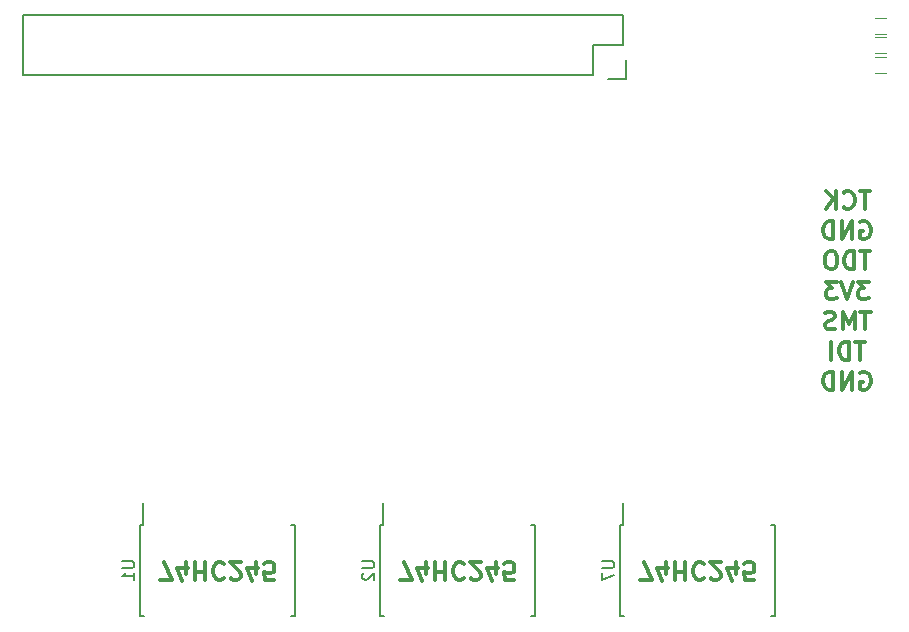
<source format=gbr>
G04 #@! TF.FileFunction,Legend,Bot*
%FSLAX46Y46*%
G04 Gerber Fmt 4.6, Leading zero omitted, Abs format (unit mm)*
G04 Created by KiCad (PCBNEW 4.0.7) date 03/23/18 02:51:47*
%MOMM*%
%LPD*%
G01*
G04 APERTURE LIST*
%ADD10C,0.100000*%
%ADD11C,0.300000*%
%ADD12C,0.150000*%
%ADD13C,0.120000*%
G04 APERTURE END LIST*
D10*
D11*
X178407771Y-86016571D02*
X177550628Y-86016571D01*
X177979199Y-87516571D02*
X177979199Y-86016571D01*
X176193485Y-87373714D02*
X176264914Y-87445143D01*
X176479200Y-87516571D01*
X176622057Y-87516571D01*
X176836342Y-87445143D01*
X176979200Y-87302286D01*
X177050628Y-87159429D01*
X177122057Y-86873714D01*
X177122057Y-86659429D01*
X177050628Y-86373714D01*
X176979200Y-86230857D01*
X176836342Y-86088000D01*
X176622057Y-86016571D01*
X176479200Y-86016571D01*
X176264914Y-86088000D01*
X176193485Y-86159429D01*
X175550628Y-87516571D02*
X175550628Y-86016571D01*
X174693485Y-87516571D02*
X175336342Y-86659429D01*
X174693485Y-86016571D02*
X175550628Y-86873714D01*
X177622057Y-88638000D02*
X177764914Y-88566571D01*
X177979200Y-88566571D01*
X178193485Y-88638000D01*
X178336343Y-88780857D01*
X178407771Y-88923714D01*
X178479200Y-89209429D01*
X178479200Y-89423714D01*
X178407771Y-89709429D01*
X178336343Y-89852286D01*
X178193485Y-89995143D01*
X177979200Y-90066571D01*
X177836343Y-90066571D01*
X177622057Y-89995143D01*
X177550628Y-89923714D01*
X177550628Y-89423714D01*
X177836343Y-89423714D01*
X176907771Y-90066571D02*
X176907771Y-88566571D01*
X176050628Y-90066571D01*
X176050628Y-88566571D01*
X175336342Y-90066571D02*
X175336342Y-88566571D01*
X174979199Y-88566571D01*
X174764914Y-88638000D01*
X174622056Y-88780857D01*
X174550628Y-88923714D01*
X174479199Y-89209429D01*
X174479199Y-89423714D01*
X174550628Y-89709429D01*
X174622056Y-89852286D01*
X174764914Y-89995143D01*
X174979199Y-90066571D01*
X175336342Y-90066571D01*
X178443486Y-91116571D02*
X177586343Y-91116571D01*
X178014914Y-92616571D02*
X178014914Y-91116571D01*
X177086343Y-92616571D02*
X177086343Y-91116571D01*
X176729200Y-91116571D01*
X176514915Y-91188000D01*
X176372057Y-91330857D01*
X176300629Y-91473714D01*
X176229200Y-91759429D01*
X176229200Y-91973714D01*
X176300629Y-92259429D01*
X176372057Y-92402286D01*
X176514915Y-92545143D01*
X176729200Y-92616571D01*
X177086343Y-92616571D01*
X175300629Y-91116571D02*
X175014915Y-91116571D01*
X174872057Y-91188000D01*
X174729200Y-91330857D01*
X174657772Y-91616571D01*
X174657772Y-92116571D01*
X174729200Y-92402286D01*
X174872057Y-92545143D01*
X175014915Y-92616571D01*
X175300629Y-92616571D01*
X175443486Y-92545143D01*
X175586343Y-92402286D01*
X175657772Y-92116571D01*
X175657772Y-91616571D01*
X175586343Y-91330857D01*
X175443486Y-91188000D01*
X175300629Y-91116571D01*
X178336342Y-93666571D02*
X177407771Y-93666571D01*
X177907771Y-94238000D01*
X177693485Y-94238000D01*
X177550628Y-94309429D01*
X177479199Y-94380857D01*
X177407771Y-94523714D01*
X177407771Y-94880857D01*
X177479199Y-95023714D01*
X177550628Y-95095143D01*
X177693485Y-95166571D01*
X178122057Y-95166571D01*
X178264914Y-95095143D01*
X178336342Y-95023714D01*
X176979200Y-93666571D02*
X176479200Y-95166571D01*
X175979200Y-93666571D01*
X175622057Y-93666571D02*
X174693486Y-93666571D01*
X175193486Y-94238000D01*
X174979200Y-94238000D01*
X174836343Y-94309429D01*
X174764914Y-94380857D01*
X174693486Y-94523714D01*
X174693486Y-94880857D01*
X174764914Y-95023714D01*
X174836343Y-95095143D01*
X174979200Y-95166571D01*
X175407772Y-95166571D01*
X175550629Y-95095143D01*
X175622057Y-95023714D01*
X178479200Y-96216571D02*
X177622057Y-96216571D01*
X178050628Y-97716571D02*
X178050628Y-96216571D01*
X177122057Y-97716571D02*
X177122057Y-96216571D01*
X176622057Y-97288000D01*
X176122057Y-96216571D01*
X176122057Y-97716571D01*
X175479200Y-97645143D02*
X175264914Y-97716571D01*
X174907771Y-97716571D01*
X174764914Y-97645143D01*
X174693485Y-97573714D01*
X174622057Y-97430857D01*
X174622057Y-97288000D01*
X174693485Y-97145143D01*
X174764914Y-97073714D01*
X174907771Y-97002286D01*
X175193485Y-96930857D01*
X175336343Y-96859429D01*
X175407771Y-96788000D01*
X175479200Y-96645143D01*
X175479200Y-96502286D01*
X175407771Y-96359429D01*
X175336343Y-96288000D01*
X175193485Y-96216571D01*
X174836343Y-96216571D01*
X174622057Y-96288000D01*
X178014914Y-98766571D02*
X177157771Y-98766571D01*
X177586342Y-100266571D02*
X177586342Y-98766571D01*
X176657771Y-100266571D02*
X176657771Y-98766571D01*
X176300628Y-98766571D01*
X176086343Y-98838000D01*
X175943485Y-98980857D01*
X175872057Y-99123714D01*
X175800628Y-99409429D01*
X175800628Y-99623714D01*
X175872057Y-99909429D01*
X175943485Y-100052286D01*
X176086343Y-100195143D01*
X176300628Y-100266571D01*
X176657771Y-100266571D01*
X175157771Y-100266571D02*
X175157771Y-98766571D01*
X177622057Y-101388000D02*
X177764914Y-101316571D01*
X177979200Y-101316571D01*
X178193485Y-101388000D01*
X178336343Y-101530857D01*
X178407771Y-101673714D01*
X178479200Y-101959429D01*
X178479200Y-102173714D01*
X178407771Y-102459429D01*
X178336343Y-102602286D01*
X178193485Y-102745143D01*
X177979200Y-102816571D01*
X177836343Y-102816571D01*
X177622057Y-102745143D01*
X177550628Y-102673714D01*
X177550628Y-102173714D01*
X177836343Y-102173714D01*
X176907771Y-102816571D02*
X176907771Y-101316571D01*
X176050628Y-102816571D01*
X176050628Y-101316571D01*
X175336342Y-102816571D02*
X175336342Y-101316571D01*
X174979199Y-101316571D01*
X174764914Y-101388000D01*
X174622056Y-101530857D01*
X174550628Y-101673714D01*
X174479199Y-101959429D01*
X174479199Y-102173714D01*
X174550628Y-102459429D01*
X174622056Y-102602286D01*
X174764914Y-102745143D01*
X174979199Y-102816571D01*
X175336342Y-102816571D01*
X118297144Y-118931429D02*
X119297144Y-118931429D01*
X118654287Y-117431429D01*
X120511429Y-118431429D02*
X120511429Y-117431429D01*
X120154286Y-119002857D02*
X119797143Y-117931429D01*
X120725715Y-117931429D01*
X121297143Y-117431429D02*
X121297143Y-118931429D01*
X121297143Y-118217143D02*
X122154286Y-118217143D01*
X122154286Y-117431429D02*
X122154286Y-118931429D01*
X123725715Y-117574286D02*
X123654286Y-117502857D01*
X123440000Y-117431429D01*
X123297143Y-117431429D01*
X123082858Y-117502857D01*
X122940000Y-117645714D01*
X122868572Y-117788571D01*
X122797143Y-118074286D01*
X122797143Y-118288571D01*
X122868572Y-118574286D01*
X122940000Y-118717143D01*
X123082858Y-118860000D01*
X123297143Y-118931429D01*
X123440000Y-118931429D01*
X123654286Y-118860000D01*
X123725715Y-118788571D01*
X124297143Y-118788571D02*
X124368572Y-118860000D01*
X124511429Y-118931429D01*
X124868572Y-118931429D01*
X125011429Y-118860000D01*
X125082858Y-118788571D01*
X125154286Y-118645714D01*
X125154286Y-118502857D01*
X125082858Y-118288571D01*
X124225715Y-117431429D01*
X125154286Y-117431429D01*
X126440000Y-118431429D02*
X126440000Y-117431429D01*
X126082857Y-119002857D02*
X125725714Y-117931429D01*
X126654286Y-117931429D01*
X127940000Y-118931429D02*
X127225714Y-118931429D01*
X127154285Y-118217143D01*
X127225714Y-118288571D01*
X127368571Y-118360000D01*
X127725714Y-118360000D01*
X127868571Y-118288571D01*
X127940000Y-118217143D01*
X128011428Y-118074286D01*
X128011428Y-117717143D01*
X127940000Y-117574286D01*
X127868571Y-117502857D01*
X127725714Y-117431429D01*
X127368571Y-117431429D01*
X127225714Y-117502857D01*
X127154285Y-117574286D01*
X138617144Y-118931429D02*
X139617144Y-118931429D01*
X138974287Y-117431429D01*
X140831429Y-118431429D02*
X140831429Y-117431429D01*
X140474286Y-119002857D02*
X140117143Y-117931429D01*
X141045715Y-117931429D01*
X141617143Y-117431429D02*
X141617143Y-118931429D01*
X141617143Y-118217143D02*
X142474286Y-118217143D01*
X142474286Y-117431429D02*
X142474286Y-118931429D01*
X144045715Y-117574286D02*
X143974286Y-117502857D01*
X143760000Y-117431429D01*
X143617143Y-117431429D01*
X143402858Y-117502857D01*
X143260000Y-117645714D01*
X143188572Y-117788571D01*
X143117143Y-118074286D01*
X143117143Y-118288571D01*
X143188572Y-118574286D01*
X143260000Y-118717143D01*
X143402858Y-118860000D01*
X143617143Y-118931429D01*
X143760000Y-118931429D01*
X143974286Y-118860000D01*
X144045715Y-118788571D01*
X144617143Y-118788571D02*
X144688572Y-118860000D01*
X144831429Y-118931429D01*
X145188572Y-118931429D01*
X145331429Y-118860000D01*
X145402858Y-118788571D01*
X145474286Y-118645714D01*
X145474286Y-118502857D01*
X145402858Y-118288571D01*
X144545715Y-117431429D01*
X145474286Y-117431429D01*
X146760000Y-118431429D02*
X146760000Y-117431429D01*
X146402857Y-119002857D02*
X146045714Y-117931429D01*
X146974286Y-117931429D01*
X148260000Y-118931429D02*
X147545714Y-118931429D01*
X147474285Y-118217143D01*
X147545714Y-118288571D01*
X147688571Y-118360000D01*
X148045714Y-118360000D01*
X148188571Y-118288571D01*
X148260000Y-118217143D01*
X148331428Y-118074286D01*
X148331428Y-117717143D01*
X148260000Y-117574286D01*
X148188571Y-117502857D01*
X148045714Y-117431429D01*
X147688571Y-117431429D01*
X147545714Y-117502857D01*
X147474285Y-117574286D01*
X158937144Y-118931429D02*
X159937144Y-118931429D01*
X159294287Y-117431429D01*
X161151429Y-118431429D02*
X161151429Y-117431429D01*
X160794286Y-119002857D02*
X160437143Y-117931429D01*
X161365715Y-117931429D01*
X161937143Y-117431429D02*
X161937143Y-118931429D01*
X161937143Y-118217143D02*
X162794286Y-118217143D01*
X162794286Y-117431429D02*
X162794286Y-118931429D01*
X164365715Y-117574286D02*
X164294286Y-117502857D01*
X164080000Y-117431429D01*
X163937143Y-117431429D01*
X163722858Y-117502857D01*
X163580000Y-117645714D01*
X163508572Y-117788571D01*
X163437143Y-118074286D01*
X163437143Y-118288571D01*
X163508572Y-118574286D01*
X163580000Y-118717143D01*
X163722858Y-118860000D01*
X163937143Y-118931429D01*
X164080000Y-118931429D01*
X164294286Y-118860000D01*
X164365715Y-118788571D01*
X164937143Y-118788571D02*
X165008572Y-118860000D01*
X165151429Y-118931429D01*
X165508572Y-118931429D01*
X165651429Y-118860000D01*
X165722858Y-118788571D01*
X165794286Y-118645714D01*
X165794286Y-118502857D01*
X165722858Y-118288571D01*
X164865715Y-117431429D01*
X165794286Y-117431429D01*
X167080000Y-118431429D02*
X167080000Y-117431429D01*
X166722857Y-119002857D02*
X166365714Y-117931429D01*
X167294286Y-117931429D01*
X168580000Y-118931429D02*
X167865714Y-118931429D01*
X167794285Y-118217143D01*
X167865714Y-118288571D01*
X168008571Y-118360000D01*
X168365714Y-118360000D01*
X168508571Y-118288571D01*
X168580000Y-118217143D01*
X168651428Y-118074286D01*
X168651428Y-117717143D01*
X168580000Y-117574286D01*
X168508571Y-117502857D01*
X168365714Y-117431429D01*
X168008571Y-117431429D01*
X167865714Y-117502857D01*
X167794285Y-117574286D01*
D12*
X106680000Y-71120000D02*
X157480000Y-71120000D01*
X154940000Y-76200000D02*
X106680000Y-76200000D01*
X106680000Y-71120000D02*
X106680000Y-76200000D01*
X157480000Y-71120000D02*
X157480000Y-73660000D01*
X157760000Y-74930000D02*
X157760000Y-76480000D01*
X157480000Y-73660000D02*
X154940000Y-73660000D01*
X154940000Y-73660000D02*
X154940000Y-76200000D01*
X157760000Y-76480000D02*
X156210000Y-76480000D01*
X116615000Y-114235000D02*
X116865000Y-114235000D01*
X116615000Y-121985000D02*
X116950000Y-121985000D01*
X129765000Y-121985000D02*
X129430000Y-121985000D01*
X129765000Y-114235000D02*
X129430000Y-114235000D01*
X116615000Y-114235000D02*
X116615000Y-121985000D01*
X129765000Y-114235000D02*
X129765000Y-121985000D01*
X116865000Y-114235000D02*
X116865000Y-112435000D01*
X136935000Y-114235000D02*
X137185000Y-114235000D01*
X136935000Y-121985000D02*
X137270000Y-121985000D01*
X150085000Y-121985000D02*
X149750000Y-121985000D01*
X150085000Y-114235000D02*
X149750000Y-114235000D01*
X136935000Y-114235000D02*
X136935000Y-121985000D01*
X150085000Y-114235000D02*
X150085000Y-121985000D01*
X137185000Y-114235000D02*
X137185000Y-112435000D01*
X157255000Y-114235000D02*
X157505000Y-114235000D01*
X157255000Y-121985000D02*
X157590000Y-121985000D01*
X170405000Y-121985000D02*
X170070000Y-121985000D01*
X170405000Y-114235000D02*
X170070000Y-114235000D01*
X157255000Y-114235000D02*
X157255000Y-121985000D01*
X170405000Y-114235000D02*
X170405000Y-121985000D01*
X157505000Y-114235000D02*
X157505000Y-112435000D01*
D13*
X179824000Y-71329000D02*
X178824000Y-71329000D01*
X178824000Y-72689000D02*
X179824000Y-72689000D01*
X179824000Y-72980000D02*
X178824000Y-72980000D01*
X178824000Y-74340000D02*
X179824000Y-74340000D01*
X179824000Y-74631000D02*
X178824000Y-74631000D01*
X178824000Y-75991000D02*
X179824000Y-75991000D01*
D12*
X115142381Y-117348095D02*
X115951905Y-117348095D01*
X116047143Y-117395714D01*
X116094762Y-117443333D01*
X116142381Y-117538571D01*
X116142381Y-117729048D01*
X116094762Y-117824286D01*
X116047143Y-117871905D01*
X115951905Y-117919524D01*
X115142381Y-117919524D01*
X116142381Y-118919524D02*
X116142381Y-118348095D01*
X116142381Y-118633809D02*
X115142381Y-118633809D01*
X115285238Y-118538571D01*
X115380476Y-118443333D01*
X115428095Y-118348095D01*
X135462381Y-117348095D02*
X136271905Y-117348095D01*
X136367143Y-117395714D01*
X136414762Y-117443333D01*
X136462381Y-117538571D01*
X136462381Y-117729048D01*
X136414762Y-117824286D01*
X136367143Y-117871905D01*
X136271905Y-117919524D01*
X135462381Y-117919524D01*
X135557619Y-118348095D02*
X135510000Y-118395714D01*
X135462381Y-118490952D01*
X135462381Y-118729048D01*
X135510000Y-118824286D01*
X135557619Y-118871905D01*
X135652857Y-118919524D01*
X135748095Y-118919524D01*
X135890952Y-118871905D01*
X136462381Y-118300476D01*
X136462381Y-118919524D01*
X155782381Y-117348095D02*
X156591905Y-117348095D01*
X156687143Y-117395714D01*
X156734762Y-117443333D01*
X156782381Y-117538571D01*
X156782381Y-117729048D01*
X156734762Y-117824286D01*
X156687143Y-117871905D01*
X156591905Y-117919524D01*
X155782381Y-117919524D01*
X155782381Y-118300476D02*
X155782381Y-118967143D01*
X156782381Y-118538571D01*
M02*

</source>
